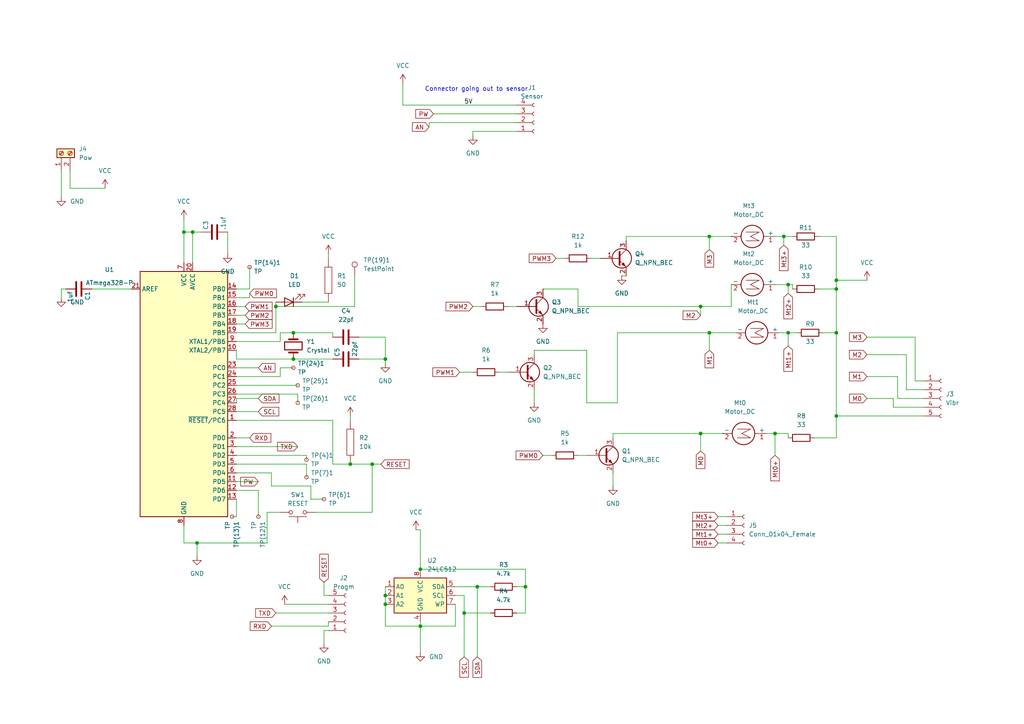
<source format=kicad_sch>
(kicad_sch (version 20211123) (generator eeschema)
  (paper "A4")
  (title_block (date "sam. 04 avril 2015"))
  (lib_symbols
    (symbol "Connector:Conn_01x04_Female" (pin_names (offset 1.016) hide)
      (property "Reference" "J" (at 0 5.08 0))
      (property "Value" "Conn_01x04_Female" (at 0 -7.62 0))
      (symbol "Conn_01x04_Female_1_1"
        (arc (start 0 -4.572) (mid -0.508 -5.08) (end 0 -5.588) (stroke (width 0.1524)))
        (arc (start 0 -2.032) (mid -0.508 -2.54) (end 0 -3.048) (stroke (width 0.1524)))
        (polyline (pts (xy -1.27 -5.08) (xy -0.508 -5.08)) (stroke (width 0.1524)))
        (polyline (pts (xy -1.27 -2.54) (xy -0.508 -2.54)) (stroke (width 0.1524)))
        (polyline (pts (xy -1.27 0) (xy -0.508 0)) (stroke (width 0.1524)))
        (polyline (pts (xy -1.27 2.54) (xy -0.508 2.54)) (stroke (width 0.1524)))
        (arc (start 0 0.508) (mid -0.508 0) (end 0 -0.508) (stroke (width 0.1524)))
        (arc (start 0 3.048) (mid -0.508 2.54) (end 0 2.032) (stroke (width 0.1524)))
        (pin passive line (at -5.08 2.54 0) (length 3.81) (name "Pin_1") (number "1"))
        (pin passive line (at -5.08 0 0) (length 3.81) (name "Pin_2") (number "2"))
        (pin passive line (at -5.08 -2.54 0) (length 3.81) (name "Pin_3") (number "3"))
        (pin passive line (at -5.08 -5.08 0) (length 3.81) (name "Pin_4") (number "4"))
      )
    )
    (symbol "Connector:Conn_01x05_Female" (pin_names (offset 1.016) hide)
      (property "Reference" "J" (at 0 7.62 0))
      (property "Value" "Conn_01x05_Female" (at 0 -7.62 0))
      (symbol "Conn_01x05_Female_1_1"
        (arc (start 0 -4.572) (mid -0.508 -5.08) (end 0 -5.588) (stroke (width 0.1524)))
        (arc (start 0 -2.032) (mid -0.508 -2.54) (end 0 -3.048) (stroke (width 0.1524)))
        (polyline (pts (xy -1.27 -5.08) (xy -0.508 -5.08)) (stroke (width 0.1524)))
        (polyline (pts (xy -1.27 -2.54) (xy -0.508 -2.54)) (stroke (width 0.1524)))
        (polyline (pts (xy -1.27 0) (xy -0.508 0)) (stroke (width 0.1524)))
        (polyline (pts (xy -1.27 2.54) (xy -0.508 2.54)) (stroke (width 0.1524)))
        (polyline (pts (xy -1.27 5.08) (xy -0.508 5.08)) (stroke (width 0.1524)))
        (arc (start 0 0.508) (mid -0.508 0) (end 0 -0.508) (stroke (width 0.1524)))
        (arc (start 0 3.048) (mid -0.508 2.54) (end 0 2.032) (stroke (width 0.1524)))
        (arc (start 0 5.588) (mid -0.508 5.08) (end 0 4.572) (stroke (width 0.1524)))
        (pin passive line (at -5.08 5.08 0) (length 3.81) (name "Pin_1") (number "1"))
        (pin passive line (at -5.08 2.54 0) (length 3.81) (name "Pin_2") (number "2"))
        (pin passive line (at -5.08 0 0) (length 3.81) (name "Pin_3") (number "3"))
        (pin passive line (at -5.08 -2.54 0) (length 3.81) (name "Pin_4") (number "4"))
        (pin passive line (at -5.08 -5.08 0) (length 3.81) (name "Pin_5") (number "5"))
      )
    )
    (symbol "Connector:Screw_Terminal_01x02" (pin_names (offset 1.016) hide)
      (property "Reference" "J" (at 0 2.54 0))
      (property "Value" "Screw_Terminal_01x02" (at 0 -5.08 0))
      (symbol "Screw_Terminal_01x02_1_1"
        (rectangle (start -1.27 1.27) (end 1.27 -3.81) (stroke (width 0.254)) (fill (type background)))
        (circle (center 0 -2.54) (radius 0.635) (stroke (width 0.1524)))
        (polyline (pts (xy -0.5334 -2.2098) (xy 0.3302 -3.048)) (stroke (width 0.1524)))
        (polyline (pts (xy -0.5334 0.3302) (xy 0.3302 -0.508)) (stroke (width 0.1524)))
        (polyline (pts (xy -0.3556 -2.032) (xy 0.508 -2.8702)) (stroke (width 0.1524)))
        (polyline (pts (xy -0.3556 0.508) (xy 0.508 -0.3302)) (stroke (width 0.1524)))
        (circle (center 0 0) (radius 0.635) (stroke (width 0.1524)))
        (pin passive line (at -5.08 0 0) (length 3.81) (name "Pin_1") (number "1"))
        (pin passive line (at -5.08 -2.54 0) (length 3.81) (name "Pin_2") (number "2"))
      )
    )
    (symbol "Connector:TestPoint" (pin_numbers hide) (pin_names (offset 0.762) hide)
      (property "Reference" "TP" (at 0 6.858 0))
      (property "Value" "TestPoint" (at 0 5.08 0))
      (symbol "TestPoint_0_1"
        (circle (center 0 3.302) (radius 0.762))
      )
      (symbol "TestPoint_1_1"
        (pin passive line (at 0 0 90) (length 2.54) (name "1") (number "1"))
      )
    )
    (symbol "Connector:TestPoint_Small" (pin_numbers hide) (pin_names (offset 0.762) hide)
      (property "Reference" "TP" (at 0 3.81 0))
      (property "Value" "TestPoint_Small" (at 0 2.032 0))
      (symbol "TestPoint_Small_0_1"
        (circle (center 0 0) (radius 0.508))
      )
      (symbol "TestPoint_Small_1_1"
        (pin passive line (at 0 0 90) (length 0) (name "1") (number "1"))
      )
    )
    (symbol "Device:C" (pin_numbers hide) (pin_names (offset 0.254))
      (property "Reference" "C" (at 0.635 2.54 0))
      (property "Value" "C" (at 0.635 -2.54 0))
      (symbol "C_0_1"
        (polyline (pts (xy -2.032 -0.762) (xy 2.032 -0.762)) (stroke (width 0.508)))
        (polyline (pts (xy -2.032 0.762) (xy 2.032 0.762)) (stroke (width 0.508)))
      )
      (symbol "C_1_1"
        (pin passive line (at 0 3.81 270) (length 2.794) (name "~") (number "1"))
        (pin passive line (at 0 -3.81 90) (length 2.794) (name "~") (number "2"))
      )
    )
    (symbol "Device:Crystal" (pin_numbers hide) (pin_names (offset 1.016) hide)
      (property "Reference" "Y" (at 0 3.81 0))
      (property "Value" "Crystal" (at 0 -3.81 0))
      (symbol "Crystal_0_1"
        (rectangle (start -1.143 2.54) (end 1.143 -2.54) (stroke (width 0.3048)))
        (polyline (pts (xy -2.54 0) (xy -1.905 0)))
        (polyline (pts (xy -1.905 -1.27) (xy -1.905 1.27)) (stroke (width 0.508)))
        (polyline (pts (xy 1.905 -1.27) (xy 1.905 1.27)) (stroke (width 0.508)))
        (polyline (pts (xy 2.54 0) (xy 1.905 0)))
      )
      (symbol "Crystal_1_1"
        (pin passive line (at -3.81 0 0) (length 1.27) (name "1") (number "1"))
        (pin passive line (at 3.81 0 180) (length 1.27) (name "2") (number "2"))
      )
    )
    (symbol "Device:LED" (pin_numbers hide) (pin_names (offset 1.016) hide)
      (property "Reference" "D" (at 0 2.54 0))
      (property "Value" "LED" (at 0 -2.54 0))
      (symbol "LED_0_1"
        (polyline (pts (xy -1.27 -1.27) (xy -1.27 1.27)) (stroke (width 0.254)))
        (polyline (pts (xy -1.27 0) (xy 1.27 0)))
        (polyline (pts (xy 1.27 -1.27) (xy 1.27 1.27) (xy -1.27 0) (xy 1.27 -1.27)) (stroke (width 0.254)))
        (polyline (pts (xy -3.048 -0.762) (xy -4.572 -2.286) (xy -3.81 -2.286) (xy -4.572 -2.286) (xy -4.572 -1.524)))
        (polyline (pts (xy -1.778 -0.762) (xy -3.302 -2.286) (xy -2.54 -2.286) (xy -3.302 -2.286) (xy -3.302 -1.524)))
      )
      (symbol "LED_1_1"
        (pin passive line (at -3.81 0 0) (length 2.54) (name "K") (number "1"))
        (pin passive line (at 3.81 0 180) (length 2.54) (name "A") (number "2"))
      )
    )
    (symbol "Device:Q_NPN_BEC" (pin_names (offset 0) hide)
      (property "Reference" "Q" (at 5.08 1.27 0))
      (property "Value" "Q_NPN_BEC" (at 5.08 -1.27 0))
      (symbol "Q_NPN_BEC_0_1"
        (polyline (pts (xy 0.635 0.635) (xy 2.54 2.54)))
        (polyline (pts (xy 0.635 -0.635) (xy 2.54 -2.54) (xy 2.54 -2.54)))
        (polyline (pts (xy 0.635 1.905) (xy 0.635 -1.905) (xy 0.635 -1.905)) (stroke (width 0.508)))
        (polyline (pts (xy 1.27 -1.778) (xy 1.778 -1.27) (xy 2.286 -2.286) (xy 1.27 -1.778) (xy 1.27 -1.778)) (fill (type outline)))
        (circle (center 1.27 0) (radius 2.8194) (stroke (width 0.254)))
      )
      (symbol "Q_NPN_BEC_1_1"
        (pin input line (at -5.08 0 0) (length 5.715) (name "B") (number "1"))
        (pin passive line (at 2.54 -5.08 90) (length 2.54) (name "E") (number "2"))
        (pin passive line (at 2.54 5.08 270) (length 2.54) (name "C") (number "3"))
      )
    )
    (symbol "Device:R" (pin_numbers hide) (pin_names (offset 0))
      (property "Reference" "R" (at 2.032 0 90))
      (property "Value" "R" (at 0 0 90))
      (symbol "R_0_1"
        (rectangle (start -1.016 -2.54) (end 1.016 2.54) (stroke (width 0.254)))
      )
      (symbol "R_1_1"
        (pin passive line (at 0 3.81 270) (length 1.27) (name "~") (number "1"))
        (pin passive line (at 0 -3.81 90) (length 1.27) (name "~") (number "2"))
      )
    )
    (symbol "MCU_Microchip_ATmega:ATmega328-P"
      (property "Reference" "U" (at -12.7 36.83 0))
      (property "Value" "ATmega328-P" (at 2.54 -36.83 0))
      (symbol "ATmega328-P_0_1"
        (rectangle (start -12.7 -35.56) (end 12.7 35.56) (stroke (width 0.254)) (fill (type background)))
      )
      (symbol "ATmega328-P_1_1"
        (pin bidirectional line (at 15.24 -7.62 180) (length 2.54) (name "~{RESET}/PC6") (number "1"))
        (pin bidirectional line (at 15.24 12.7 180) (length 2.54) (name "XTAL2/PB7") (number "10"))
        (pin bidirectional line (at 15.24 -25.4 180) (length 2.54) (name "PD5") (number "11"))
        (pin bidirectional line (at 15.24 -27.94 180) (length 2.54) (name "PD6") (number "12"))
        (pin bidirectional line (at 15.24 -30.48 180) (length 2.54) (name "PD7") (number "13"))
        (pin bidirectional line (at 15.24 30.48 180) (length 2.54) (name "PB0") (number "14"))
        (pin bidirectional line (at 15.24 27.94 180) (length 2.54) (name "PB1") (number "15"))
        (pin bidirectional line (at 15.24 25.4 180) (length 2.54) (name "PB2") (number "16"))
        (pin bidirectional line (at 15.24 22.86 180) (length 2.54) (name "PB3") (number "17"))
        (pin bidirectional line (at 15.24 20.32 180) (length 2.54) (name "PB4") (number "18"))
        (pin bidirectional line (at 15.24 17.78 180) (length 2.54) (name "PB5") (number "19"))
        (pin bidirectional line (at 15.24 -12.7 180) (length 2.54) (name "PD0") (number "2"))
        (pin power_in line (at 2.54 38.1 270) (length 2.54) (name "AVCC") (number "20"))
        (pin passive line (at -15.24 30.48 0) (length 2.54) (name "AREF") (number "21"))
        (pin passive line (at 0 -38.1 90) (length 2.54) hide (name "GND") (number "22"))
        (pin bidirectional line (at 15.24 7.62 180) (length 2.54) (name "PC0") (number "23"))
        (pin bidirectional line (at 15.24 5.08 180) (length 2.54) (name "PC1") (number "24"))
        (pin bidirectional line (at 15.24 2.54 180) (length 2.54) (name "PC2") (number "25"))
        (pin bidirectional line (at 15.24 0 180) (length 2.54) (name "PC3") (number "26"))
        (pin bidirectional line (at 15.24 -2.54 180) (length 2.54) (name "PC4") (number "27"))
        (pin bidirectional line (at 15.24 -5.08 180) (length 2.54) (name "PC5") (number "28"))
        (pin bidirectional line (at 15.24 -15.24 180) (length 2.54) (name "PD1") (number "3"))
        (pin bidirectional line (at 15.24 -17.78 180) (length 2.54) (name "PD2") (number "4"))
        (pin bidirectional line (at 15.24 -20.32 180) (length 2.54) (name "PD3") (number "5"))
        (pin bidirectional line (at 15.24 -22.86 180) (length 2.54) (name "PD4") (number "6"))
        (pin power_in line (at 0 38.1 270) (length 2.54) (name "VCC") (number "7"))
        (pin power_in line (at 0 -38.1 90) (length 2.54) (name "GND") (number "8"))
        (pin bidirectional line (at 15.24 15.24 180) (length 2.54) (name "XTAL1/PB6") (number "9"))
      )
    )
    (symbol "Memory_EEPROM:24LC512"
      (property "Reference" "U" (at -6.35 6.35 0))
      (property "Value" "24LC512" (at 1.27 6.35 0))
      (symbol "24LC512_1_1"
        (rectangle (start -7.62 5.08) (end 7.62 -5.08) (stroke (width 0.254)) (fill (type background)))
        (pin input line (at -10.16 2.54 0) (length 2.54) (name "A0") (number "1"))
        (pin input line (at -10.16 0 0) (length 2.54) (name "A1") (number "2"))
        (pin input line (at -10.16 -2.54 0) (length 2.54) (name "A2") (number "3"))
        (pin power_in line (at 0 -7.62 90) (length 2.54) (name "GND") (number "4"))
        (pin bidirectional line (at 10.16 2.54 180) (length 2.54) (name "SDA") (number "5"))
        (pin input line (at 10.16 0 180) (length 2.54) (name "SCL") (number "6"))
        (pin input line (at 10.16 -2.54 180) (length 2.54) (name "WP") (number "7"))
        (pin power_in line (at 0 7.62 270) (length 2.54) (name "VCC") (number "8"))
      )
    )
    (symbol "Motor:Motor_DC" (pin_names (offset 0))
      (property "Reference" "M" (at 2.54 2.54 0))
      (property "Value" "Motor_DC" (at 2.54 -5.08 0))
      (symbol "Motor_DC_0_0"
        (polyline (pts (xy -1.27 -3.302) (xy -1.27 0.508) (xy 0 -2.032) (xy 1.27 0.508) (xy 1.27 -3.302)))
      )
      (symbol "Motor_DC_0_1"
        (circle (center 0 -1.524) (radius 3.2512) (stroke (width 0.254)))
        (polyline (pts (xy 0 -7.62) (xy 0 -7.112)))
        (polyline (pts (xy 0 -4.7752) (xy 0 -5.1816)))
        (polyline (pts (xy 0 1.7272) (xy 0 2.0828)))
        (polyline (pts (xy 0 2.032) (xy 0 2.54)))
      )
      (symbol "Motor_DC_1_1"
        (pin passive line (at 0 5.08 270) (length 2.54) (name "+") (number "1"))
        (pin passive line (at 0 -7.62 90) (length 2.54) (name "-") (number "2"))
      )
    )
    (symbol "Switch:SW_Push" (pin_numbers hide) (pin_names (offset 1.016) hide)
      (property "Reference" "SW" (at 1.27 2.54 0))
      (property "Value" "SW_Push" (at 0 -1.524 0))
      (symbol "SW_Push_0_1"
        (circle (center -2.032 0) (radius 0.508))
        (polyline (pts (xy 0 1.27) (xy 0 3.048)))
        (polyline (pts (xy 2.54 1.27) (xy -2.54 1.27)))
        (circle (center 2.032 0) (radius 0.508))
        (pin passive line (at -5.08 0 0) (length 2.54) (name "1") (number "1"))
        (pin passive line (at 5.08 0 180) (length 2.54) (name "2") (number "2"))
      )
    )
    (symbol "power:GND" (power) (pin_names (offset 0))
      (property "Value" "GND" (at 0 -3.81 0))
      (symbol "GND_0_1"
        (polyline (pts (xy 0 0) (xy 0 -1.27) (xy 1.27 -1.27) (xy 0 -2.54) (xy -1.27 -1.27) (xy 0 -1.27)))
      )
      (symbol "GND_1_1"
        (pin power_in line (at 0 0 270) (length 0) hide (name "GND") (number "1"))
      )
    )
    (symbol "power:VCC" (power) (pin_names (offset 0))
      (property "Value" "VCC" (at 0 3.81 0))
      (symbol "VCC_0_1"
        (polyline (pts (xy -0.762 1.27) (xy 0 2.54)))
        (polyline (pts (xy 0 0) (xy 0 2.54)))
        (polyline (pts (xy 0 2.54) (xy 0.762 1.27)))
      )
      (symbol "VCC_1_1"
        (pin power_in line (at 0 0 90) (length 0) hide (name "VCC") (number "1"))
      )
    )
    (symbol "pspice:R" (pin_numbers hide) (pin_names (offset 0))
      (property "Reference" "R" (at 2.032 0 90))
      (property "Value" "R" (at 0 0 90))
      (symbol "R_0_1"
        (rectangle (start -1.016 3.81) (end 1.016 -3.81))
      )
      (symbol "R_1_1"
        (pin passive line (at 0 6.35 270) (length 2.54) (name "~") (number "1"))
        (pin passive line (at 0 -6.35 90) (length 2.54) (name "~") (number "2"))
      )
    )
  )
  (junction (at 57.15 157.48))
  (junction (at 228.6 82.55))
  (junction (at 242.57 120.65))
  (junction (at 242.57 96.52))
  (junction (at 242.57 81.28))
  (junction (at 111.76 104.14))
  (junction (at 107.95 134.62))
  (junction (at 121.92 165.1))
  (junction (at 138.43 170.18))
  (junction (at 85.09 96.52))
  (junction (at 85.09 104.14))
  (junction (at 111.76 172.72))
  (junction (at 205.74 96.52))
  (junction (at 205.74 68.58))
  (junction (at 80.01 88.9))
  (junction (at 53.34 67.31))
  (junction (at 121.92 181.61))
  (junction (at 242.57 83.82))
  (junction (at 111.76 175.26))
  (junction (at 134.62 177.8))
  (junction (at 224.79 125.73))
  (junction (at 55.88 67.31))
  (junction (at 152.4 170.18))
  (junction (at 227.33 68.58))
  (junction (at 101.6 134.62))
  (junction (at 203.2 88.9))
  (junction (at 203.2 125.73))
  (junction (at 228.6 96.52))
  (wire (pts (xy 229.87 82.55) (xy 229.87 83.82)))
  (wire (pts (xy 154.94 101.6) (xy 154.94 102.87)))
  (wire (pts (xy 134.62 177.8) (xy 142.24 177.8)))
  (wire (pts (xy 107.95 134.62) (xy 110.49 134.62)))
  (wire (pts (xy 177.8 125.73) (xy 203.2 125.73)))
  (wire (pts (xy 222.25 125.73) (xy 224.79 125.73)))
  (wire (pts (xy 228.6 82.55) (xy 228.6 85.09)))
  (wire (pts (xy 90.17 140.97) (xy 78.74 140.97)))
  (wire (pts (xy 53.34 67.31) (xy 55.88 67.31)))
  (wire (pts (xy 55.88 67.31) (xy 55.88 76.2)))
  (wire (pts (xy 101.6 134.62) (xy 96.52 134.62)))
  (wire (pts (xy 85.09 106.68) (xy 81.28 106.68)))
  (wire (pts (xy 68.58 134.62) (xy 88.9 134.62)))
  (wire (pts (xy 205.74 68.58) (xy 212.09 68.58)))
  (wire (pts (xy 88.9 134.62) (xy 88.9 138.43)))
  (wire (pts (xy 181.61 68.58) (xy 205.74 68.58)))
  (wire (pts (xy 132.08 181.61) (xy 121.92 181.61)))
  (wire (pts (xy 96.52 97.79) (xy 96.52 96.52)))
  (wire (pts (xy 237.49 83.82) (xy 242.57 83.82)))
  (wire (pts (xy 71.12 88.9) (xy 68.58 88.9)))
  (wire (pts (xy 224.79 125.73) (xy 224.79 132.08)))
  (wire (pts (xy 226.06 96.52) (xy 228.6 96.52)))
  (wire (pts (xy 111.76 104.14) (xy 111.76 105.41)))
  (wire (pts (xy 259.08 115.57) (xy 251.46 115.57)))
  (wire (pts (xy 74.93 115.57) (xy 68.58 115.57)))
  (wire (pts (xy 72.39 85.09) (xy 72.39 86.36)))
  (wire (pts (xy 152.4 165.1) (xy 152.4 170.18)))
  (wire (pts (xy 267.97 118.11) (xy 259.08 118.11)))
  (wire (pts (xy 85.09 104.14) (xy 96.52 104.14)))
  (wire (pts (xy 81.28 96.52) (xy 81.28 99.06)))
  (wire (pts (xy 72.39 83.82) (xy 68.58 83.82)))
  (wire (pts (xy 260.35 115.57) (xy 260.35 109.22)))
  (wire (pts (xy 116.84 24.13) (xy 116.84 30.48)))
  (wire (pts (xy 203.2 125.73) (xy 203.2 130.81)))
  (wire (pts (xy 71.12 91.44) (xy 68.58 91.44)))
  (wire (pts (xy 259.08 118.11) (xy 259.08 115.57)))
  (wire (pts (xy 157.48 83.82) (xy 167.64 83.82)))
  (wire (pts (xy 85.09 96.52) (xy 81.28 96.52)))
  (wire (pts (xy 228.6 96.52) (xy 228.6 100.33)))
  (wire (pts (xy 85.09 104.14) (xy 68.58 104.14)))
  (wire (pts (xy 179.07 96.52) (xy 205.74 96.52)))
  (wire (pts (xy 90.17 144.78) (xy 90.17 140.97)))
  (wire (pts (xy 53.34 157.48) (xy 57.15 157.48)))
  (wire (pts (xy 224.79 125.73) (xy 228.6 125.73)))
  (wire (pts (xy 68.58 93.98) (xy 71.12 93.98)))
  (wire (pts (xy 53.34 67.31) (xy 53.34 76.2)))
  (wire (pts (xy 167.64 88.9) (xy 203.2 88.9)))
  (wire (pts (xy 102.87 88.9) (xy 80.01 88.9)))
  (wire (pts (xy 137.16 88.9) (xy 139.7 88.9)))
  (wire (pts (xy 68.58 144.78) (xy 68.58 149.86)))
  (wire (pts (xy 154.94 113.03) (xy 154.94 116.84)))
  (wire (pts (xy 134.62 177.8) (xy 134.62 190.5)))
  (wire (pts (xy 152.4 165.1) (xy 121.92 165.1)))
  (wire (pts (xy 77.47 148.59) (xy 77.47 157.48)))
  (wire (pts (xy 262.89 102.87) (xy 251.46 102.87)))
  (wire (pts (xy 78.74 137.16) (xy 68.58 137.16)))
  (wire (pts (xy 81.28 99.06) (xy 68.58 99.06)))
  (wire (pts (xy 19.05 83.82) (xy 17.78 83.82)))
  (wire (pts (xy 205.74 96.52) (xy 205.74 101.6)))
  (wire (pts (xy 138.43 170.18) (xy 138.43 190.5)))
  (wire (pts (xy 267.97 115.57) (xy 260.35 115.57)))
  (wire (pts (xy 138.43 170.18) (xy 142.24 170.18)))
  (wire (pts (xy 80.01 87.63) (xy 80.01 88.9)))
  (wire (pts (xy 181.61 68.58) (xy 181.61 69.85)))
  (wire (pts (xy 53.34 63.5) (xy 53.34 67.31)))
  (wire (pts (xy 68.58 96.52) (xy 80.01 96.52)))
  (wire (pts (xy 68.58 119.38) (xy 74.93 119.38)))
  (wire (pts (xy 267.97 113.03) (xy 262.89 113.03)))
  (wire (pts (xy 68.58 129.54) (xy 86.36 129.54)))
  (wire (pts (xy 152.4 177.8) (xy 149.86 177.8)))
  (wire (pts (xy 227.33 68.58) (xy 229.87 68.58)))
  (wire (pts (xy 111.76 172.72) (xy 111.76 175.26)))
  (wire (pts (xy 68.58 149.86) (xy 67.31 149.86)))
  (wire (pts (xy 17.78 49.53) (xy 17.78 57.15)))
  (wire (pts (xy 205.74 68.58) (xy 205.74 72.39)))
  (wire (pts (xy 242.57 81.28) (xy 242.57 83.82)))
  (wire (pts (xy 66.04 67.31) (xy 66.04 73.66)))
  (wire (pts (xy 208.28 157.48) (xy 210.82 157.48)))
  (wire (pts (xy 93.98 144.78) (xy 90.17 144.78)))
  (wire (pts (xy 265.43 97.79) (xy 251.46 97.79)))
  (wire (pts (xy 57.15 157.48) (xy 57.15 161.29)))
  (wire (pts (xy 53.34 152.4) (xy 53.34 157.48)))
  (wire (pts (xy 208.28 152.4) (xy 210.82 152.4)))
  (wire (pts (xy 228.6 125.73) (xy 228.6 127)))
  (wire (pts (xy 167.64 132.08) (xy 170.18 132.08)))
  (wire (pts (xy 104.14 104.14) (xy 111.76 104.14)))
  (wire (pts (xy 179.07 116.84) (xy 179.07 96.52)))
  (wire (pts (xy 208.28 149.86) (xy 210.82 149.86)))
  (wire (pts (xy 137.16 38.1) (xy 149.86 38.1)))
  (wire (pts (xy 88.9 132.08) (xy 68.58 132.08)))
  (wire (pts (xy 87.63 87.63) (xy 95.25 87.63)))
  (wire (pts (xy 93.98 172.72) (xy 95.25 172.72)))
  (wire (pts (xy 68.58 127) (xy 72.39 127)))
  (wire (pts (xy 137.16 39.37) (xy 137.16 38.1)))
  (wire (pts (xy 121.92 180.34) (xy 121.92 181.61)))
  (wire (pts (xy 81.28 148.59) (xy 77.47 148.59)))
  (wire (pts (xy 111.76 175.26) (xy 111.76 181.61)))
  (wire (pts (xy 111.76 97.79) (xy 111.76 104.14)))
  (wire (pts (xy 68.58 106.68) (xy 74.93 106.68)))
  (wire (pts (xy 30.48 54.61) (xy 20.32 54.61)))
  (wire (pts (xy 68.58 111.76) (xy 86.36 111.76)))
  (wire (pts (xy 72.39 86.36) (xy 68.58 86.36)))
  (wire (pts (xy 238.76 96.52) (xy 242.57 96.52)))
  (wire (pts (xy 265.43 110.49) (xy 265.43 97.79)))
  (wire (pts (xy 88.9 132.08) (xy 88.9 133.35)))
  (wire (pts (xy 205.74 96.52) (xy 213.36 96.52)))
  (wire (pts (xy 80.01 88.9) (xy 80.01 96.52)))
  (wire (pts (xy 208.28 154.94) (xy 210.82 154.94)))
  (wire (pts (xy 95.25 73.66) (xy 95.25 74.93)))
  (wire (pts (xy 177.8 137.16) (xy 177.8 140.97)))
  (wire (pts (xy 72.39 77.47) (xy 72.39 83.82)))
  (wire (pts (xy 81.28 109.22) (xy 68.58 109.22)))
  (wire (pts (xy 96.52 121.92) (xy 68.58 121.92)))
  (wire (pts (xy 74.93 142.24) (xy 68.58 142.24)))
  (wire (pts (xy 74.93 149.86) (xy 74.93 142.24)))
  (wire (pts (xy 68.58 115.57) (xy 68.58 116.84)))
  (wire (pts (xy 91.44 148.59) (xy 107.95 148.59)))
  (wire (pts (xy 170.18 101.6) (xy 170.18 116.84)))
  (wire (pts (xy 228.6 96.52) (xy 231.14 96.52)))
  (wire (pts (xy 224.79 68.58) (xy 227.33 68.58)))
  (wire (pts (xy 121.92 153.67) (xy 120.65 153.67)))
  (wire (pts (xy 251.46 81.28) (xy 242.57 81.28)))
  (wire (pts (xy 96.52 96.52) (xy 85.09 96.52)))
  (wire (pts (xy 82.55 175.26) (xy 95.25 175.26)))
  (wire (pts (xy 228.6 82.55) (xy 229.87 82.55)))
  (wire (pts (xy 104.14 97.79) (xy 111.76 97.79)))
  (wire (pts (xy 167.64 83.82) (xy 167.64 88.9)))
  (wire (pts (xy 93.98 186.69) (xy 93.98 182.88)))
  (wire (pts (xy 68.58 139.7) (xy 74.93 139.7)))
  (wire (pts (xy 236.22 127) (xy 242.57 127)))
  (wire (pts (xy 181.61 80.01) (xy 180.34 80.01)))
  (wire (pts (xy 17.78 83.82) (xy 17.78 86.36)))
  (wire (pts (xy 224.79 82.55) (xy 228.6 82.55)))
  (wire (pts (xy 242.57 83.82) (xy 242.57 96.52)))
  (wire (pts (xy 267.97 110.49) (xy 265.43 110.49)))
  (wire (pts (xy 134.62 172.72) (xy 132.08 172.72)))
  (wire (pts (xy 101.6 134.62) (xy 107.95 134.62)))
  (wire (pts (xy 154.94 101.6) (xy 170.18 101.6)))
  (wire (pts (xy 138.43 170.18) (xy 132.08 170.18)))
  (wire (pts (xy 57.15 157.48) (xy 77.47 157.48)))
  (wire (pts (xy 80.01 177.8) (xy 95.25 177.8)))
  (wire (pts (xy 149.86 35.56) (xy 124.46 35.56)))
  (wire (pts (xy 20.32 54.61) (xy 20.32 49.53)))
  (wire (pts (xy 203.2 88.9) (xy 203.2 91.44)))
  (wire (pts (xy 157.48 132.08) (xy 160.02 132.08)))
  (wire (pts (xy 242.57 81.28) (xy 242.57 68.58)))
  (wire (pts (xy 177.8 125.73) (xy 177.8 127)))
  (wire (pts (xy 227.33 68.58) (xy 227.33 71.12)))
  (wire (pts (xy 242.57 120.65) (xy 242.57 127)))
  (wire (pts (xy 170.18 116.84) (xy 179.07 116.84)))
  (wire (pts (xy 55.88 67.31) (xy 58.42 67.31)))
  (wire (pts (xy 81.28 106.68) (xy 81.28 109.22)))
  (wire (pts (xy 107.95 148.59) (xy 107.95 134.62)))
  (wire (pts (xy 171.45 74.93) (xy 173.99 74.93)))
  (wire (pts (xy 78.74 181.61) (xy 95.25 181.61)))
  (wire (pts (xy 26.67 83.82) (xy 38.1 83.82)))
  (wire (pts (xy 125.73 33.02) (xy 149.86 33.02)))
  (wire (pts (xy 161.29 74.93) (xy 163.83 74.93)))
  (wire (pts (xy 242.57 68.58) (xy 237.49 68.58)))
  (wire (pts (xy 78.74 140.97) (xy 78.74 137.16)))
  (wire (pts (xy 93.98 182.88) (xy 95.25 182.88)))
  (wire (pts (xy 134.62 172.72) (xy 134.62 177.8)))
  (wire (pts (xy 116.84 30.48) (xy 149.86 30.48)))
  (wire (pts (xy 86.36 114.3) (xy 68.58 114.3)))
  (wire (pts (xy 212.09 88.9) (xy 212.09 82.55)))
  (wire (pts (xy 121.92 181.61) (xy 121.92 189.23)))
  (wire (pts (xy 95.25 181.61) (xy 95.25 180.34)))
  (wire (pts (xy 260.35 109.22) (xy 251.46 109.22)))
  (wire (pts (xy 124.46 35.56) (xy 124.46 36.83)))
  (wire (pts (xy 93.98 168.91) (xy 93.98 172.72)))
  (wire (pts (xy 262.89 113.03) (xy 262.89 102.87)))
  (wire (pts (xy 68.58 104.14) (xy 68.58 101.6)))
  (wire (pts (xy 111.76 170.18) (xy 111.76 172.72)))
  (wire (pts (xy 121.92 165.1) (xy 121.92 153.67)))
  (wire (pts (xy 101.6 120.65) (xy 101.6 121.92)))
  (wire (pts (xy 111.76 181.61) (xy 121.92 181.61)))
  (wire (pts (xy 86.36 116.84) (xy 86.36 114.3)))
  (wire (pts (xy 242.57 96.52) (xy 242.57 120.65)))
  (wire (pts (xy 149.86 170.18) (xy 152.4 170.18)))
  (wire (pts (xy 267.97 120.65) (xy 242.57 120.65)))
  (wire (pts (xy 144.78 107.95) (xy 147.32 107.95)))
  (wire (pts (xy 152.4 170.18) (xy 152.4 177.8)))
  (wire (pts (xy 203.2 88.9) (xy 212.09 88.9)))
  (wire (pts (xy 133.35 107.95) (xy 137.16 107.95)))
  (wire (pts (xy 102.87 80.01) (xy 102.87 88.9)))
  (wire (pts (xy 96.52 134.62) (xy 96.52 121.92)))
  (wire (pts (xy 132.08 175.26) (xy 132.08 181.61)))
  (wire (pts (xy 147.32 88.9) (xy 149.86 88.9)))
  (wire (pts (xy 203.2 125.73) (xy 209.55 125.73)))
  (text "Connector going out to sensor" (at 123.19 26.67 0) (effects (font (size 1.27 1.27)) (justify left bottom)))
  (label "5V" (at 134.62 30.48 0))
  (global_label "SDA" (shape input) (at 74.93 115.57 0) (property "Intersheet References" "${INTERSHEET_REFS}" (effects hide)))
  (global_label "Mt3+" (shape input) (at 208.28 149.86 180) (property "Intersheet References" "${INTERSHEET_REFS}" (effects hide)))
  (global_label "M3" (shape input) (at 251.46 97.79 180) (property "Intersheet References" "${INTERSHEET_REFS}" (effects hide)))
  (global_label "PWM0" (shape input) (at 72.39 85.09 0) (property "Intersheet References" "${INTERSHEET_REFS}" (effects hide)))
  (global_label "RXD" (shape input) (at 78.74 181.61 180) (property "Intersheet References" "${INTERSHEET_REFS}" (effects hide)))
  (global_label "M0" (shape input) (at 203.2 130.81 270) (property "Intersheet References" "${INTERSHEET_REFS}" (effects hide)))
  (global_label "Mt0+" (shape input) (at 208.28 157.48 180) (property "Intersheet References" "${INTERSHEET_REFS}" (effects hide)))
  (global_label "RXD" (shape input) (at 72.39 127 0) (property "Intersheet References" "${INTERSHEET_REFS}" (effects hide)))
  (global_label "Mt1+" (shape input) (at 208.28 154.94 180) (property "Intersheet References" "${INTERSHEET_REFS}" (effects hide)))
  (global_label "M2" (shape input) (at 203.2 91.44 180) (property "Intersheet References" "${INTERSHEET_REFS}" (effects hide)))
  (global_label "PWM2" (shape input) (at 71.12 91.44 0) (property "Intersheet References" "${INTERSHEET_REFS}" (effects hide)))
  (global_label "M0" (shape input) (at 251.46 115.57 180) (property "Intersheet References" "${INTERSHEET_REFS}" (effects hide)))
  (global_label "SDA" (shape input) (at 138.43 190.5 270) (property "Intersheet References" "${INTERSHEET_REFS}" (effects hide)))
  (global_label "M2" (shape input) (at 251.46 102.87 180) (property "Intersheet References" "${INTERSHEET_REFS}" (effects hide)))
  (global_label "AN" (shape input) (at 74.93 106.68 0) (property "Intersheet References" "${INTERSHEET_REFS}" (effects hide)))
  (global_label "M1" (shape input) (at 205.74 101.6 270) (property "Intersheet References" "${INTERSHEET_REFS}" (effects hide)))
  (global_label "PW" (shape input) (at 74.93 139.7 180) (property "Intersheet References" "${INTERSHEET_REFS}" (effects hide)))
  (global_label "Mt2+" (shape input) (at 228.6 85.09 270) (property "Intersheet References" "${INTERSHEET_REFS}" (effects hide)))
  (global_label "PWM3" (shape input) (at 161.29 74.93 180) (property "Intersheet References" "${INTERSHEET_REFS}" (effects hide)))
  (global_label "AN" (shape input) (at 124.46 36.83 180) (property "Intersheet References" "${INTERSHEET_REFS}" (effects hide)))
  (global_label "Mt1+" (shape input) (at 228.6 100.33 270) (property "Intersheet References" "${INTERSHEET_REFS}" (effects hide)))
  (global_label "PWM1" (shape input) (at 71.12 88.9 0) (property "Intersheet References" "${INTERSHEET_REFS}" (effects hide)))
  (global_label "Mt3+" (shape input) (at 227.33 71.12 270) (property "Intersheet References" "${INTERSHEET_REFS}" (effects hide)))
  (global_label "RESET" (shape input) (at 93.98 168.91 90) (property "Intersheet References" "${INTERSHEET_REFS}" (effects hide)))
  (global_label "SCL" (shape input) (at 134.62 190.5 270) (property "Intersheet References" "${INTERSHEET_REFS}" (effects hide)))
  (global_label "PWM1" (shape input) (at 133.35 107.95 180) (property "Intersheet References" "${INTERSHEET_REFS}" (effects hide)))
  (global_label "Mt0+" (shape input) (at 224.79 132.08 270) (property "Intersheet References" "${INTERSHEET_REFS}" (effects hide)))
  (global_label "TXD" (shape input) (at 86.36 129.54 180) (property "Intersheet References" "${INTERSHEET_REFS}" (effects hide)))
  (global_label "SCL" (shape input) (at 74.93 119.38 0) (property "Intersheet References" "${INTERSHEET_REFS}" (effects hide)))
  (global_label "PWM3" (shape input) (at 71.12 93.98 0) (property "Intersheet References" "${INTERSHEET_REFS}" (effects hide)))
  (global_label "M1" (shape input) (at 251.46 109.22 180) (property "Intersheet References" "${INTERSHEET_REFS}" (effects hide)))
  (global_label "M3" (shape input) (at 205.74 72.39 270) (property "Intersheet References" "${INTERSHEET_REFS}" (effects hide)))
  (global_label "TXD" (shape input) (at 80.01 177.8 180) (property "Intersheet References" "${INTERSHEET_REFS}" (effects hide)))
  (global_label "PW" (shape input) (at 125.73 33.02 180) (property "Intersheet References" "${INTERSHEET_REFS}" (effects hide)))
  (global_label "PWM0" (shape input) (at 157.48 132.08 180) (property "Intersheet References" "${INTERSHEET_REFS}" (effects hide)))
  (global_label "Mt2+" (shape input) (at 208.28 152.4 180) (property "Intersheet References" "${INTERSHEET_REFS}" (effects hide)))
  (global_label "PWM2" (shape input) (at 137.16 88.9 180) (property "Intersheet References" "${INTERSHEET_REFS}" (effects hide)))
  (global_label "RESET" (shape input) (at 110.49 134.62 0) (property "Intersheet References" "${INTERSHEET_REFS}" (effects hide)))
  (symbol (lib_id "Switch:SW_Push") (at 86.36 148.59 180) (unit 1)
    (property "Reference" "SW1" (at 86.36 143.51 0))
    (property "Value" "RESET" (at 86.36 146.05 0))
    (property "Footprint" "Button_Switch_SMD:SW_SPST_B3U-1000P-B" (effects hide))
  )
  (symbol (lib_id "Device:C") (at 62.23 67.31 90) (unit 1)
    (property "Reference" "C3" (at 59.69 66.675 0) (effects (justify left)))
    (property "Value" ".1uf" (at 64.77 66.675 0) (effects (justify left)))
    (property "Footprint" "Capacitor_SMD:C_0402_1005Metric" (effects hide))
  )
  (symbol (lib_id "Connector:TestPoint_Small") (at 67.31 149.86 270) (unit 1)
    (property "Reference" "TP(13)1" (at 68.5801 151.13 0) (effects (justify left)))
    (property "Value" "TP" (at 66.0401 151.13 0) (effects (justify left)))
    (property "Footprint" "TestPoint:TestPoint_THTPad_1.0x1.0mm_Drill0.5mm" (effects hide))
  )
  (symbol (lib_id "power:GND") (at 137.16 39.37 0) (unit 1)
    (property "Reference" "#PWR0101" (effects hide))
    (property "Value" "GND" (at 137.16 44.45 0))
  )
  (symbol (lib_id "Device:Crystal") (at 85.09 100.33 90) (unit 1)
    (property "Reference" "Y1" (at 88.9 99.0599 90) (effects (justify right)))
    (property "Value" "Crystal" (at 88.9 101.5999 90) (effects (justify right)))
    (property "Footprint" "Crystal:Crystal_HC49-4H_Vertical" (effects hide))
  )
  (symbol (lib_id "power:VCC") (at 116.84 24.13 0) (unit 1)
    (property "Reference" "#PWR0119" (effects hide))
    (property "Value" "VCC" (at 116.84 19.05 0))
  )
  (symbol (lib_id "Device:Q_NPN_BEC") (at 179.07 74.93 0) (unit 1)
    (property "Reference" "Q4" (at 184.15 73.6599 0) (effects (justify left)))
    (property "Value" "Q_NPN_BEC" (at 184.15 76.1999 0) (effects (justify left)))
    (property "Footprint" "Package_TO_SOT_SMD:SC-59_Handsoldering" (effects hide))
  )
  (symbol (lib_id "Connector:TestPoint_Small") (at 72.39 77.47 0) (unit 1)
    (property "Reference" "TP(14)1" (at 73.66 76.1999 0) (effects (justify left)))
    (property "Value" "TP" (at 73.66 78.7399 0) (effects (justify left)))
    (property "Footprint" "TestPoint:TestPoint_THTPad_1.0x1.0mm_Drill0.5mm" (effects hide))
  )
  (symbol (lib_id "Motor:Motor_DC") (at 219.71 82.55 270) (unit 1)
    (property "Reference" "Mt2" (at 217.17 73.66 90))
    (property "Value" "Motor_DC" (at 217.17 76.2 90))
  )
  (symbol (lib_id "Device:Q_NPN_BEC") (at 152.4 107.95 0) (unit 1)
    (property "Reference" "Q2" (at 157.48 106.6799 0) (effects (justify left)))
    (property "Value" "Q_NPN_BEC" (at 157.48 109.2199 0) (effects (justify left)))
    (property "Footprint" "Package_TO_SOT_SMD:SC-59_Handsoldering" (effects hide))
  )
  (symbol (lib_id "pspice:R") (at 95.25 81.28 0) (unit 1)
    (property "Reference" "R1" (at 97.79 80.0099 0) (effects (justify left)))
    (property "Value" "50" (at 97.79 82.5499 0) (effects (justify left)))
    (property "Footprint" "Resistor_SMD:R_0402_1005Metric" (effects hide))
  )
  (symbol (lib_id "Device:R") (at 146.05 177.8 90) (unit 1)
    (property "Reference" "R4" (at 146.05 171.45 90))
    (property "Value" "4.7k" (at 146.05 173.99 90))
    (property "Footprint" "Resistor_SMD:R_0402_1005Metric" (effects hide))
  )
  (symbol (lib_id "power:VCC") (at 30.48 54.61 0) (unit 1)
    (property "Reference" "#PWR0104" (effects hide))
    (property "Value" "VCC" (at 30.48 49.53 0))
  )
  (symbol (lib_id "power:GND") (at 154.94 116.84 0) (unit 1)
    (property "Reference" "#PWR0117" (effects hide))
    (property "Value" "GND" (at 154.94 121.92 0))
  )
  (symbol (lib_id "Connector:TestPoint_Small") (at 74.93 149.86 270) (unit 1)
    (property "Reference" "TP(12)1" (at 76.2001 151.13 0) (effects (justify left)))
    (property "Value" "TP" (at 73.6601 151.13 0) (effects (justify left)))
    (property "Footprint" "TestPoint:TestPoint_THTPad_1.0x1.0mm_Drill0.5mm" (effects hide))
  )
  (symbol (lib_id "Memory_EEPROM:24LC512") (at 121.92 172.72 0) (unit 1)
    (property "Reference" "U2" (at 123.9394 162.56 0) (effects (justify left)))
    (property "Value" "24LC512" (at 123.9394 165.1 0) (effects (justify left)))
    (property "Footprint" "Package_DIP:DIP-8_W7.62mm_Socket" (effects hide))
    (property "Datasheet" "http://ww1.microchip.com/downloads/en/DeviceDoc/21754M.pdf" (effects hide))
  )
  (symbol (lib_id "Connector:TestPoint_Small") (at 86.36 111.76 0) (unit 1)
    (property "Reference" "TP(25)1" (at 87.63 110.4899 0) (effects (justify left)))
    (property "Value" "TP" (at 87.63 113.0299 0) (effects (justify left)))
    (property "Footprint" "TestPoint:TestPoint_THTPad_1.0x1.0mm_Drill0.5mm" (effects hide))
  )
  (symbol (lib_id "Device:R") (at 140.97 107.95 90) (unit 1)
    (property "Reference" "R6" (at 140.97 101.6 90))
    (property "Value" "1k" (at 140.97 104.14 90))
    (property "Footprint" "Resistor_SMD:R_0402_1005Metric" (effects hide))
  )
  (symbol (lib_id "Device:R") (at 232.41 127 90) (unit 1)
    (property "Reference" "R8" (at 232.41 120.65 90))
    (property "Value" "33" (at 232.41 123.19 90))
    (property "Footprint" "Resistor_SMD:R_0402_1005Metric" (effects hide))
  )
  (symbol (lib_id "Connector:TestPoint_Small") (at 93.98 144.78 0) (unit 1)
    (property "Reference" "TP(6)1" (at 95.25 143.5099 0) (effects (justify left)))
    (property "Value" "TP" (at 95.25 146.0499 0) (effects (justify left)))
    (property "Footprint" "TestPoint:TestPoint_THTPad_1.0x1.0mm_Drill0.5mm" (effects hide))
  )
  (symbol (lib_id "Motor:Motor_DC") (at 220.98 96.52 270) (unit 1)
    (property "Reference" "Mt1" (at 218.44 87.63 90))
    (property "Value" "Motor_DC" (at 218.44 90.17 90))
  )
  (symbol (lib_id "power:VCC") (at 120.65 153.67 0) (unit 1)
    (property "Reference" "#PWR0107" (effects hide))
    (property "Value" "VCC" (at 120.65 148.59 0))
  )
  (symbol (lib_id "Connector:Conn_01x04_Female") (at 154.94 35.56 0) (mirror x) (unit 1)
    (property "Reference" "J1" (at 154.305 25.4 0))
    (property "Value" "Sensor" (at 154.305 27.94 0))
    (property "Footprint" "Connector_JST:JST_EH_B4B-EH-A_1x04_P2.50mm_Vertical" (effects hide))
  )
  (symbol (lib_id "Motor:Motor_DC") (at 219.71 68.58 270) (unit 1)
    (property "Reference" "Mt3" (at 217.17 59.69 90))
    (property "Value" "Motor_DC" (at 217.17 62.23 90))
  )
  (symbol (lib_id "Device:Q_NPN_BEC") (at 154.94 88.9 0) (unit 1)
    (property "Reference" "Q3" (at 160.02 87.6299 0) (effects (justify left)))
    (property "Value" "Q_NPN_BEC" (at 160.02 90.1699 0) (effects (justify left)))
    (property "Footprint" "Package_TO_SOT_SMD:SC-59_Handsoldering" (effects hide))
  )
  (symbol (lib_id "power:GND") (at 17.78 86.36 0) (unit 1)
    (property "Reference" "#PWR0110" (effects hide))
    (property "Value" "GND" (at 20.32 87.6299 0) (effects (justify left)))
  )
  (symbol (lib_id "Connector:TestPoint_Small") (at 88.9 133.35 0) (unit 1)
    (property "Reference" "TP(4)1" (at 90.17 132.0799 0) (effects (justify left)))
    (property "Value" "TP" (at 90.17 134.6199 0) (effects (justify left)))
    (property "Footprint" "TestPoint:TestPoint_THTPad_1.0x1.0mm_Drill0.5mm" (effects hide))
  )
  (symbol (lib_id "power:GND") (at 93.98 186.69 0) (unit 1)
    (property "Reference" "#PWR0102" (effects hide))
    (property "Value" "GND" (at 93.98 191.77 0))
  )
  (symbol (lib_id "Device:R") (at 234.95 96.52 90) (unit 1)
    (property "Reference" "R9" (at 234.95 93.98 90))
    (property "Value" "33" (at 234.95 99.06 90))
    (property "Footprint" "Resistor_SMD:R_0402_1005Metric" (effects hide))
  )
  (symbol (lib_id "Connector:TestPoint") (at 102.87 80.01 0) (unit 1)
    (property "Reference" "TP(19)1" (at 105.41 75.4379 0) (effects (justify left)))
    (property "Value" "TestPoint" (at 105.41 77.9779 0) (effects (justify left)))
  )
  (symbol (lib_id "power:VCC") (at 251.46 81.28 0) (unit 1)
    (property "Reference" "#PWR0120" (effects hide))
    (property "Value" "VCC" (at 251.46 76.2 0))
  )
  (symbol (lib_id "power:VCC") (at 82.55 175.26 0) (unit 1)
    (property "Reference" "#PWR0103" (effects hide))
    (property "Value" "VCC" (at 82.55 170.18 0))
  )
  (symbol (lib_id "MCU_Microchip_ATmega:ATmega328-P") (at 53.34 114.3 0) (unit 1)
    (property "Reference" "U1" (at 31.75 78.2193 0))
    (property "Value" "ATmega328-P" (at 31.75 82.0293 0))
    (property "Footprint" "Package_DIP:DIP-28_W7.62mm_Socket" (effects hide))
    (property "Datasheet" "http://ww1.microchip.com/downloads/en/DeviceDoc/ATmega328_P%20AVR%20MCU%20with%20picoPower%20Technology%20Data%20Sheet%2040001984A.pdf" (effects hide))
  )
  (symbol (lib_id "Device:C") (at 100.33 97.79 90) (unit 1)
    (property "Reference" "C4" (at 100.33 90.17 90))
    (property "Value" "22pf" (at 100.33 92.71 90))
    (property "Footprint" "Capacitor_SMD:C_0402_1005Metric" (effects hide))
  )
  (symbol (lib_id "power:GND") (at 177.8 140.97 0) (unit 1)
    (property "Reference" "#PWR0115" (effects hide))
    (property "Value" "GND" (at 177.8 146.05 0))
  )
  (symbol (lib_id "Connector:TestPoint_Small") (at 85.09 106.68 0) (unit 1)
    (property "Reference" "TP(24)1" (at 86.36 105.4099 0) (effects (justify left)))
    (property "Value" "TP" (at 86.36 107.9499 0) (effects (justify left)))
    (property "Footprint" "TestPoint:TestPoint_THTPad_1.0x1.0mm_Drill0.5mm" (effects hide))
  )
  (symbol (lib_id "Motor:Motor_DC") (at 217.17 125.73 270) (unit 1)
    (property "Reference" "Mt0" (at 214.63 116.84 90))
    (property "Value" "Motor_DC" (at 214.63 119.38 90))
  )
  (symbol (lib_id "Device:R") (at 233.68 83.82 90) (unit 1)
    (property "Reference" "R10" (at 233.68 77.47 90))
    (property "Value" "33" (at 233.68 80.01 90))
    (property "Footprint" "Resistor_SMD:R_0402_1005Metric" (effects hide))
  )
  (symbol (lib_id "power:GND") (at 66.04 73.66 0) (unit 1)
    (property "Reference" "#PWR0109" (effects hide))
    (property "Value" "GND" (at 66.04 78.74 0))
  )
  (symbol (lib_id "Device:R") (at 146.05 170.18 90) (unit 1)
    (property "Reference" "R3" (at 146.05 163.83 90))
    (property "Value" "4.7k" (at 146.05 166.37 90))
    (property "Footprint" "Resistor_SMD:R_0402_1005Metric" (effects hide))
  )
  (symbol (lib_id "Device:R") (at 163.83 132.08 90) (unit 1)
    (property "Reference" "R5" (at 163.83 125.73 90))
    (property "Value" "1k" (at 163.83 128.27 90))
    (property "Footprint" "Resistor_SMD:R_0402_1005Metric" (effects hide))
  )
  (symbol (lib_id "Device:R") (at 233.68 68.58 90) (unit 1)
    (property "Reference" "R11" (at 233.68 66.04 90))
    (property "Value" "33" (at 233.68 71.12 90))
    (property "Footprint" "Resistor_SMD:R_0402_1005Metric" (effects hide))
  )
  (symbol (lib_id "power:GND") (at 121.92 189.23 0) (unit 1)
    (property "Reference" "#PWR0108" (effects hide))
    (property "Value" "GND" (at 124.46 190.4999 0) (effects (justify left)))
  )
  (symbol (lib_id "Connector:Screw_Terminal_01x02") (at 17.78 44.45 90) (unit 1)
    (property "Reference" "J4" (at 22.86 43.1799 90) (effects (justify right)))
    (property "Value" "Pow" (at 22.86 45.7199 90) (effects (justify right)))
    (property "Footprint" "TestPoint:TestPoint_2Pads_Pitch5.08mm_Drill1.3mm" (effects hide))
  )
  (symbol (lib_id "Device:C") (at 100.33 104.14 90) (unit 1)
    (property "Reference" "C5" (at 97.79 103.505 0) (effects (justify left)))
    (property "Value" "22pf" (at 102.87 103.505 0) (effects (justify left)))
    (property "Footprint" "Capacitor_SMD:C_0402_1005Metric" (effects hide))
  )
  (symbol (lib_id "Connector:Conn_01x04_Female") (at 215.9 152.4 0) (unit 1)
    (property "Reference" "J5" (at 217.17 152.3999 0) (effects (justify left)))
    (property "Value" "Conn_01x04_Female" (at 217.17 154.9399 0) (effects (justify left)))
    (property "Footprint" "Connector_PinSocket_1.00mm:PinSocket_1x04_P1.00mm_Vertical" (effects hide))
  )
  (symbol (lib_id "power:GND") (at 17.78 57.15 0) (unit 1)
    (property "Reference" "#PWR0105" (effects hide))
    (property "Value" "GND" (at 20.32 58.4199 0) (effects (justify left)))
  )
  (symbol (lib_id "power:GND") (at 157.48 93.98 0) (unit 1)
    (property "Reference" "#PWR0116" (effects hide))
    (property "Value" "GND" (at 157.48 99.06 0))
  )
  (symbol (lib_id "power:VCC") (at 101.6 120.65 0) (unit 1)
    (property "Reference" "#PWR0113" (effects hide))
    (property "Value" "VCC" (at 101.6 115.57 0))
  )
  (symbol (lib_id "power:GND") (at 57.15 161.29 0) (unit 1)
    (property "Reference" "#PWR0114" (effects hide))
    (property "Value" "GND" (at 57.15 166.37 0))
  )
  (symbol (lib_id "Device:R") (at 167.64 74.93 90) (unit 1)
    (property "Reference" "R12" (at 167.64 68.58 90))
    (property "Value" "1k" (at 167.64 71.12 90))
    (property "Footprint" "Resistor_SMD:R_0402_1005Metric" (effects hide))
  )
  (symbol (lib_id "pspice:R") (at 101.6 128.27 0) (unit 1)
    (property "Reference" "R2" (at 104.14 126.9999 0) (effects (justify left)))
    (property "Value" "10k" (at 104.14 129.5399 0) (effects (justify left)))
    (property "Footprint" "Resistor_SMD:R_0402_1005Metric" (effects hide))
  )
  (symbol (lib_id "Connector:TestPoint_Small") (at 86.36 116.84 0) (unit 1)
    (property "Reference" "TP(26)1" (at 87.63 115.5699 0) (effects (justify left)))
    (property "Value" "TP" (at 87.63 118.1099 0) (effects (justify left)))
    (property "Footprint" "TestPoint:TestPoint_THTPad_1.0x1.0mm_Drill0.5mm" (effects hide))
  )
  (symbol (lib_id "Device:Q_NPN_BEC") (at 175.26 132.08 0) (unit 1)
    (property "Reference" "Q1" (at 180.34 130.8099 0) (effects (justify left)))
    (property "Value" "Q_NPN_BEC" (at 180.34 133.3499 0) (effects (justify left)))
    (property "Footprint" "Package_TO_SOT_SMD:SC-59_Handsoldering" (effects hide))
  )
  (symbol (lib_id "Connector:Conn_01x05_Female") (at 273.05 115.57 0) (unit 1)
    (property "Reference" "J3" (at 274.32 114.2999 0) (effects (justify left)))
    (property "Value" "Vibr" (at 274.32 116.8399 0) (effects (justify left)))
    (property "Footprint" "Connector_PinSocket_1.00mm:PinSocket_1x05_P1.00mm_Vertical" (effects hide))
  )
  (symbol (lib_id "Connector:TestPoint_Small") (at 88.9 138.43 0) (unit 1)
    (property "Reference" "TP(7)1" (at 90.17 137.1599 0) (effects (justify left)))
    (property "Value" "TP" (at 90.17 139.6999 0) (effects (justify left)))
    (property "Footprint" "TestPoint:TestPoint_THTPad_1.0x1.0mm_Drill0.5mm" (effects hide))
  )
  (symbol (lib_id "power:GND") (at 180.34 80.01 0) (unit 1)
    (property "Reference" "#PWR0118" (effects hide))
    (property "Value" "GND" (at 180.34 85.09 0))
  )
  (symbol (lib_id "Device:R") (at 143.51 88.9 90) (unit 1)
    (property "Reference" "R7" (at 143.51 82.55 90))
    (property "Value" "1k" (at 143.51 85.09 90))
    (property "Footprint" "Resistor_SMD:R_0402_1005Metric" (effects hide))
  )
  (symbol (lib_id "power:VCC") (at 95.25 73.66 0) (unit 1)
    (property "Reference" "#PWR0112" (effects hide))
    (property "Value" "VCC" (at 95.25 68.58 0))
  )
  (symbol (lib_id "Device:LED") (at 83.82 87.63 180) (unit 1)
    (property "Reference" "D1" (at 85.4075 80.01 0))
    (property "Value" "LED" (at 85.4075 82.55 0))
    (property "Footprint" "LED_SMD:LED_0805_2012Metric" (effects hide))
  )
  (symbol (lib_id "power:GND") (at 111.76 105.41 0) (unit 1)
    (property "Reference" "#PWR0106" (effects hide))
    (property "Value" "GND" (at 111.76 110.49 0))
  )
  (symbol (lib_id "power:VCC") (at 53.34 63.5 0) (unit 1)
    (property "Reference" "#PWR0111" (effects hide))
    (property "Value" "VCC" (at 53.34 58.42 0))
  )
  (symbol (lib_id "Connector:Conn_01x05_Female") (at 100.33 177.8 0) (mirror x) (unit 1)
    (property "Reference" "J2" (at 99.695 167.64 0))
    (property "Value" "Progm" (at 99.695 170.18 0))
    (property "Footprint" "Connector_PinSocket_1.00mm:PinSocket_1x05_P1.00mm_Vertical" (effects hide))
  )
  (symbol (lib_id "Device:C") (at 22.86 83.82 270) (unit 1)
    (property "Reference" "C1" (at 25.4 84.455 0) (effects (justify left)))
    (property "Value" ".1uf" (at 20.32 84.455 0) (effects (justify left)))
    (property "Footprint" "Capacitor_SMD:C_0402_1005Metric" (effects hide))
  )
)
</source>
